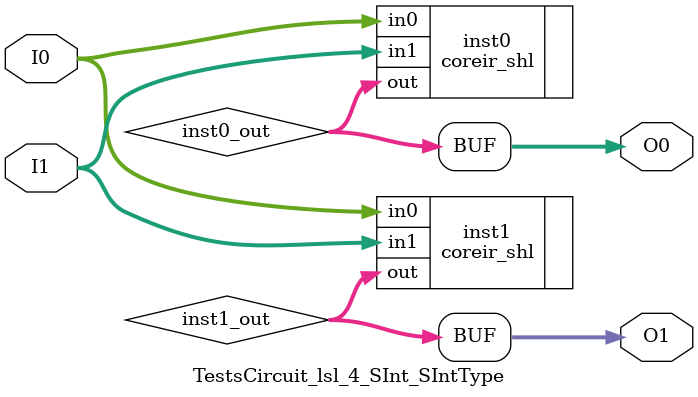
<source format=v>
module TestsCircuit_lsl_4_SInt_SIntType (input signed [3:0] I0, input signed [3:0] I1, output signed [3:0] O0, output signed [3:0] O1);
wire [3:0] inst0_out;
wire [3:0] inst1_out;
coreir_shl inst0 (.in0(I0), .in1(I1), .out(inst0_out));
coreir_shl inst1 (.in0(I0), .in1(I1), .out(inst1_out));
assign O0 = inst0_out;
assign O1 = inst1_out;
endmodule


</source>
